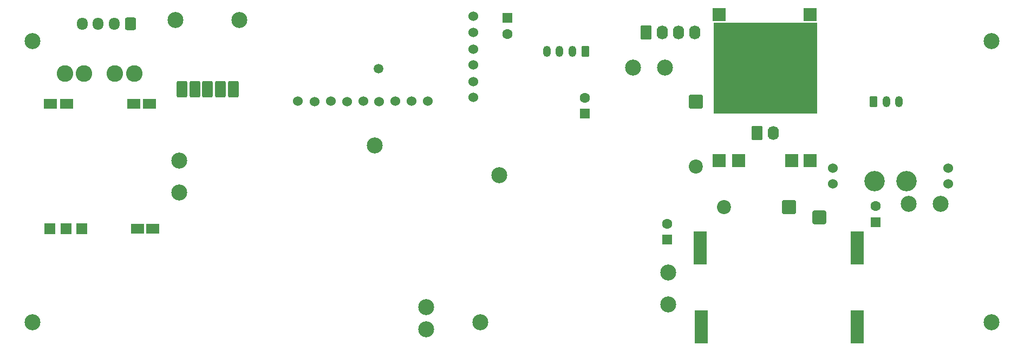
<source format=gbr>
%TF.GenerationSoftware,KiCad,Pcbnew,9.0.5*%
%TF.CreationDate,2025-10-20T18:48:48+02:00*%
%TF.ProjectId,yoradio-2,796f7261-6469-46f2-9d32-2e6b69636164,rev?*%
%TF.SameCoordinates,Original*%
%TF.FileFunction,Soldermask,Top*%
%TF.FilePolarity,Negative*%
%FSLAX46Y46*%
G04 Gerber Fmt 4.6, Leading zero omitted, Abs format (unit mm)*
G04 Created by KiCad (PCBNEW 9.0.5) date 2025-10-20 18:48:48*
%MOMM*%
%LPD*%
G01*
G04 APERTURE LIST*
G04 Aperture macros list*
%AMRoundRect*
0 Rectangle with rounded corners*
0 $1 Rounding radius*
0 $2 $3 $4 $5 $6 $7 $8 $9 X,Y pos of 4 corners*
0 Add a 4 corners polygon primitive as box body*
4,1,4,$2,$3,$4,$5,$6,$7,$8,$9,$2,$3,0*
0 Add four circle primitives for the rounded corners*
1,1,$1+$1,$2,$3*
1,1,$1+$1,$4,$5*
1,1,$1+$1,$6,$7*
1,1,$1+$1,$8,$9*
0 Add four rect primitives between the rounded corners*
20,1,$1+$1,$2,$3,$4,$5,0*
20,1,$1+$1,$4,$5,$6,$7,0*
20,1,$1+$1,$6,$7,$8,$9,0*
20,1,$1+$1,$8,$9,$2,$3,0*%
G04 Aperture macros list end*
%ADD10C,0.100000*%
%ADD11R,2.000000X2.000000*%
%ADD12C,2.500000*%
%ADD13R,1.800000X1.800000*%
%ADD14R,2.000000X1.524000*%
%ADD15C,1.524000*%
%ADD16C,3.200000*%
%ADD17R,1.600000X1.600000*%
%ADD18C,1.600000*%
%ADD19RoundRect,0.249999X0.850001X0.850001X-0.850001X0.850001X-0.850001X-0.850001X0.850001X-0.850001X0*%
%ADD20C,2.200000*%
%ADD21RoundRect,0.250000X-0.825000X-0.825000X0.825000X-0.825000X0.825000X0.825000X-0.825000X0.825000X0*%
%ADD22R,2.100000X3.000000*%
%ADD23RoundRect,0.283333X-0.566667X-1.016667X0.566667X-1.016667X0.566667X1.016667X-0.566667X1.016667X0*%
%ADD24RoundRect,0.249999X-0.850001X0.850001X-0.850001X-0.850001X0.850001X-0.850001X0.850001X0.850001X0*%
%ADD25RoundRect,0.250000X0.550000X-0.550000X0.550000X0.550000X-0.550000X0.550000X-0.550000X-0.550000X0*%
%ADD26C,2.600000*%
%ADD27RoundRect,0.250000X0.350000X0.625000X-0.350000X0.625000X-0.350000X-0.625000X0.350000X-0.625000X0*%
%ADD28O,1.200000X1.750000*%
%ADD29RoundRect,0.250000X-0.620000X-0.845000X0.620000X-0.845000X0.620000X0.845000X-0.620000X0.845000X0*%
%ADD30O,1.740000X2.190000*%
%ADD31RoundRect,0.250000X0.600000X0.725000X-0.600000X0.725000X-0.600000X-0.725000X0.600000X-0.725000X0*%
%ADD32O,1.700000X1.950000*%
%ADD33RoundRect,0.250000X-0.350000X-0.625000X0.350000X-0.625000X0.350000X0.625000X-0.350000X0.625000X0*%
%ADD34C,1.500000*%
G04 APERTURE END LIST*
D10*
X186552500Y-79100000D02*
X202642500Y-79100000D01*
X202642500Y-93240000D01*
X186552500Y-93240000D01*
X186552500Y-79100000D01*
G36*
X186552500Y-79100000D02*
G01*
X202642500Y-79100000D01*
X202642500Y-93240000D01*
X186552500Y-93240000D01*
X186552500Y-79100000D01*
G37*
D11*
%TO.C,M4*%
X187412500Y-77850000D03*
X201612500Y-77850000D03*
X187412500Y-100650000D03*
X190412500Y-100650000D03*
X198712500Y-100650000D03*
X201612500Y-100650000D03*
%TD*%
D12*
%TO.C,M6*%
X141542500Y-123620000D03*
X141542500Y-127070000D03*
%TD*%
D13*
%TO.C,M1*%
X82742500Y-111320000D03*
X85242500Y-111320000D03*
X87742500Y-111320000D03*
D14*
X98842500Y-111320000D03*
X96442500Y-111320000D03*
X82842500Y-91820000D03*
X85342500Y-91820000D03*
X95842500Y-91820000D03*
X98342500Y-91820000D03*
%TD*%
D12*
%TO.C,H4*%
X133491380Y-98286205D03*
%TD*%
%TO.C,C14*%
X178942500Y-86120000D03*
X173942500Y-86120000D03*
%TD*%
%TO.C,H1*%
X80000000Y-126000000D03*
%TD*%
%TO.C,C2*%
X102937500Y-105720000D03*
X102937500Y-100720000D03*
%TD*%
%TO.C,H7*%
X150000000Y-126000000D03*
%TD*%
D15*
%TO.C,M5*%
X205182500Y-101870000D03*
X205182500Y-104370000D03*
D16*
X211682500Y-103870000D03*
X216682500Y-103870000D03*
D15*
X223182500Y-101870000D03*
X223182500Y-104370000D03*
%TD*%
D12*
%TO.C,H6*%
X153000000Y-103000000D03*
%TD*%
D17*
%TO.C,C3*%
X154292500Y-78364888D03*
D18*
X154292500Y-80864888D03*
%TD*%
D12*
%TO.C,C6*%
X216992500Y-107470000D03*
X221992500Y-107470000D03*
%TD*%
D19*
%TO.C,D1*%
X198270000Y-107940000D03*
D20*
X188110000Y-107940000D03*
%TD*%
D12*
%TO.C,H2*%
X80000000Y-82000000D03*
%TD*%
%TO.C,H5*%
X230000000Y-82000000D03*
%TD*%
D21*
%TO.C,J7*%
X203070000Y-109550000D03*
%TD*%
D17*
%TO.C,C7*%
X179270000Y-113085113D03*
D18*
X179270000Y-110585113D03*
%TD*%
D22*
%TO.C,M3*%
X208977500Y-115550000D03*
X208977500Y-113250000D03*
X208977500Y-127850000D03*
X208977500Y-125550000D03*
X184377500Y-115550000D03*
X184377500Y-113250000D03*
X184577500Y-127850000D03*
X184577500Y-125550000D03*
%TD*%
D17*
%TO.C,C8*%
X166400000Y-93355113D03*
D18*
X166400000Y-90855113D03*
%TD*%
D12*
%TO.C,C9*%
X179457500Y-118210000D03*
X179457500Y-123210000D03*
%TD*%
D15*
%TO.C,M2*%
X141842500Y-91420000D03*
X139292500Y-91420000D03*
X136742500Y-91420000D03*
X134242500Y-91440000D03*
X131742500Y-91380000D03*
X129192500Y-91430000D03*
X126642500Y-91420000D03*
X124092500Y-91440000D03*
X121542500Y-91420000D03*
X148942500Y-90820000D03*
X148942500Y-88320000D03*
X148942500Y-85720000D03*
X148942500Y-83220000D03*
X148942500Y-80620000D03*
X148942500Y-78120000D03*
%TD*%
D12*
%TO.C,H3*%
X230000000Y-126000000D03*
%TD*%
D23*
%TO.C,RV1*%
X103392500Y-89550000D03*
X105392500Y-89550000D03*
X107392500Y-89550000D03*
X109392500Y-89550000D03*
X111392500Y-89550000D03*
D12*
X102392500Y-78650000D03*
X112332500Y-78690000D03*
%TD*%
D24*
%TO.C,D2*%
X183732500Y-91500000D03*
D20*
X183732500Y-101660000D03*
%TD*%
D25*
%TO.C,C13*%
X211880000Y-110315113D03*
D18*
X211880000Y-107815113D03*
%TD*%
D26*
%TO.C,L1*%
X85100000Y-87100000D03*
X88100000Y-87100000D03*
%TD*%
D27*
%TO.C,J2*%
X166430000Y-83630000D03*
D28*
X164430000Y-83630000D03*
X162430000Y-83630000D03*
X160430000Y-83630000D03*
%TD*%
D29*
%TO.C,J6*%
X175910000Y-80630000D03*
D30*
X178450000Y-80630000D03*
X180990000Y-80630000D03*
X183530000Y-80630000D03*
%TD*%
D31*
%TO.C,J1*%
X95300000Y-79300000D03*
D32*
X92800000Y-79300000D03*
X90300000Y-79300000D03*
X87800000Y-79300000D03*
%TD*%
D26*
%TO.C,L2*%
X95900000Y-87100000D03*
X92900000Y-87100000D03*
%TD*%
D33*
%TO.C,J5*%
X211500000Y-91450000D03*
D28*
X213500000Y-91450000D03*
X215500000Y-91450000D03*
%TD*%
D29*
%TO.C,J4*%
X193332500Y-96340000D03*
D30*
X195872500Y-96340000D03*
%TD*%
D34*
%TO.C,J3*%
X134142500Y-86270000D03*
%TD*%
M02*

</source>
